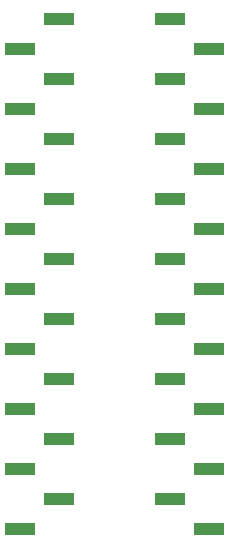
<source format=gbp>
G04 #@! TF.GenerationSoftware,KiCad,Pcbnew,9.0.6*
G04 #@! TF.CreationDate,2026-01-02T20:46:07-06:00*
G04 #@! TF.ProjectId,QFN-32_5x5_P0.5,51464e2d-3332-45f3-9578-355f50302e35,rev?*
G04 #@! TF.SameCoordinates,Original*
G04 #@! TF.FileFunction,Paste,Bot*
G04 #@! TF.FilePolarity,Positive*
%FSLAX46Y46*%
G04 Gerber Fmt 4.6, Leading zero omitted, Abs format (unit mm)*
G04 Created by KiCad (PCBNEW 9.0.6) date 2026-01-02 20:46:07*
%MOMM*%
%LPD*%
G01*
G04 APERTURE LIST*
%ADD10R,2.510000X1.000000*%
G04 APERTURE END LIST*
D10*
X133735000Y-99056642D03*
X130425000Y-101596642D03*
X133735000Y-104136642D03*
X130425000Y-106676642D03*
X133735000Y-109216642D03*
X130425000Y-111756642D03*
X133735000Y-114296642D03*
X130425000Y-116836642D03*
X133735000Y-119376642D03*
X130425000Y-121916642D03*
X133735000Y-124456642D03*
X130425000Y-126996642D03*
X133735000Y-129536642D03*
X130425000Y-132076642D03*
X133735000Y-134616642D03*
X130425000Y-137156642D03*
X133735000Y-139696642D03*
X130425000Y-142236642D03*
X143125000Y-99056642D03*
X146435000Y-101596642D03*
X143125000Y-104136642D03*
X146435000Y-106676642D03*
X143125000Y-109216642D03*
X146435000Y-111756642D03*
X143125000Y-114296642D03*
X146435000Y-116836642D03*
X143125000Y-119376642D03*
X146435000Y-121916642D03*
X143125000Y-124456642D03*
X146435000Y-126996642D03*
X143125000Y-129536642D03*
X146435000Y-132076642D03*
X143125000Y-134616642D03*
X146435000Y-137156642D03*
X143125000Y-139696642D03*
X146435000Y-142236642D03*
M02*

</source>
